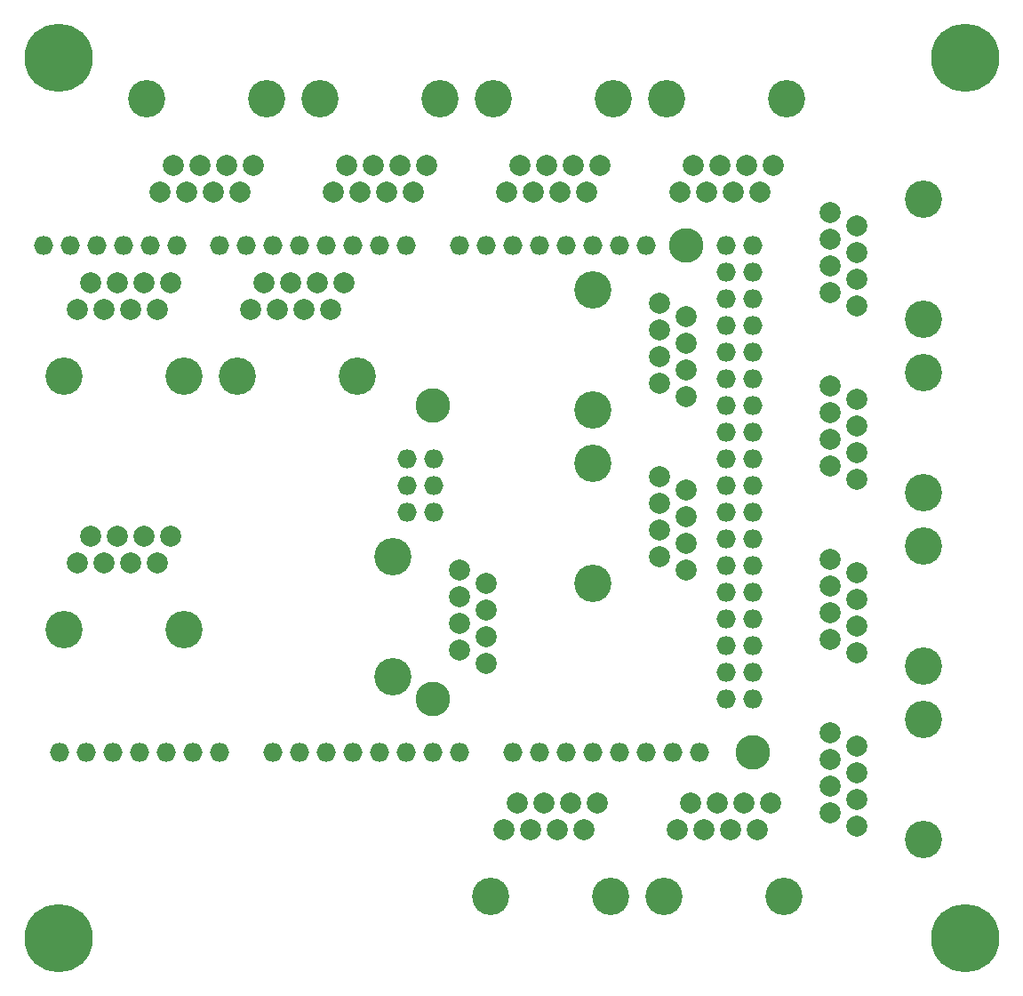
<source format=gbr>
%TF.GenerationSoftware,KiCad,Pcbnew,5.1.6*%
%TF.CreationDate,2020-08-05T20:54:26-07:00*%
%TF.ProjectId,shield,73686965-6c64-42e6-9b69-6361645f7063,rev?*%
%TF.SameCoordinates,Original*%
%TF.FileFunction,Soldermask,Top*%
%TF.FilePolarity,Negative*%
%FSLAX46Y46*%
G04 Gerber Fmt 4.6, Leading zero omitted, Abs format (unit mm)*
G04 Created by KiCad (PCBNEW 5.1.6) date 2020-08-05 20:54:26*
%MOMM*%
%LPD*%
G01*
G04 APERTURE LIST*
%ADD10C,2.000000*%
%ADD11C,3.550000*%
%ADD12C,0.900000*%
%ADD13C,6.500000*%
%ADD14O,1.827200X1.827200*%
%ADD15C,3.300000*%
G04 APERTURE END LIST*
D10*
%TO.C,J15*%
X151260000Y-79245000D03*
X151260000Y-81785000D03*
X151260000Y-84325000D03*
X151260000Y-86865000D03*
X153800000Y-80515000D03*
X153800000Y-83055000D03*
X153800000Y-85595000D03*
X153800000Y-88135000D03*
D11*
X144910000Y-77975000D03*
X144910000Y-89405000D03*
%TD*%
D12*
%TO.C,H4*%
X201087056Y-112602944D03*
X199390000Y-111900000D03*
X197692944Y-112602944D03*
X196990000Y-114300000D03*
X197692944Y-115997056D03*
X199390000Y-116700000D03*
X201087056Y-115997056D03*
X201790000Y-114300000D03*
D13*
X199390000Y-114300000D03*
%TD*%
D12*
%TO.C,H3*%
X201087056Y-28782944D03*
X199390000Y-28080000D03*
X197692944Y-28782944D03*
X196990000Y-30480000D03*
X197692944Y-32177056D03*
X199390000Y-32880000D03*
X201087056Y-32177056D03*
X201790000Y-30480000D03*
D13*
X199390000Y-30480000D03*
%TD*%
D12*
%TO.C,H2*%
X114727056Y-112602944D03*
X113030000Y-111900000D03*
X111332944Y-112602944D03*
X110630000Y-114300000D03*
X111332944Y-115997056D03*
X113030000Y-116700000D03*
X114727056Y-115997056D03*
X115430000Y-114300000D03*
D13*
X113030000Y-114300000D03*
%TD*%
D12*
%TO.C,H1*%
X114727056Y-28782944D03*
X113030000Y-28080000D03*
X111332944Y-28782944D03*
X110630000Y-30480000D03*
X111332944Y-32177056D03*
X113030000Y-32880000D03*
X114727056Y-32177056D03*
X115430000Y-30480000D03*
D13*
X113030000Y-30480000D03*
%TD*%
D10*
%TO.C,J1*%
X148085000Y-40770000D03*
X145545000Y-40770000D03*
X143005000Y-40770000D03*
X140465000Y-40770000D03*
X146815000Y-43310000D03*
X144275000Y-43310000D03*
X141735000Y-43310000D03*
X139195000Y-43310000D03*
D11*
X149355000Y-34420000D03*
X137925000Y-34420000D03*
%TD*%
D10*
%TO.C,J2*%
X131315000Y-54480000D03*
X133855000Y-54480000D03*
X136395000Y-54480000D03*
X138935000Y-54480000D03*
X132585000Y-51940000D03*
X135125000Y-51940000D03*
X137665000Y-51940000D03*
X140205000Y-51940000D03*
D11*
X130045000Y-60830000D03*
X141475000Y-60830000D03*
%TD*%
D10*
%TO.C,J3*%
X131575000Y-40770000D03*
X129035000Y-40770000D03*
X126495000Y-40770000D03*
X123955000Y-40770000D03*
X130305000Y-43310000D03*
X127765000Y-43310000D03*
X125225000Y-43310000D03*
X122685000Y-43310000D03*
D11*
X132845000Y-34420000D03*
X121415000Y-34420000D03*
%TD*%
D10*
%TO.C,J4*%
X114805000Y-54480000D03*
X117345000Y-54480000D03*
X119885000Y-54480000D03*
X122425000Y-54480000D03*
X116075000Y-51940000D03*
X118615000Y-51940000D03*
X121155000Y-51940000D03*
X123695000Y-51940000D03*
D11*
X113535000Y-60830000D03*
X124965000Y-60830000D03*
%TD*%
D10*
%TO.C,J5*%
X114805000Y-78610000D03*
X117345000Y-78610000D03*
X119885000Y-78610000D03*
X122425000Y-78610000D03*
X116075000Y-76070000D03*
X118615000Y-76070000D03*
X121155000Y-76070000D03*
X123695000Y-76070000D03*
D11*
X113535000Y-84960000D03*
X124965000Y-84960000D03*
%TD*%
D10*
%TO.C,J6*%
X170310000Y-53845000D03*
X170310000Y-56385000D03*
X170310000Y-58925000D03*
X170310000Y-61465000D03*
X172850000Y-55115000D03*
X172850000Y-57655000D03*
X172850000Y-60195000D03*
X172850000Y-62735000D03*
D11*
X163960000Y-52575000D03*
X163960000Y-64005000D03*
%TD*%
D10*
%TO.C,J7*%
X189100000Y-54105000D03*
X189100000Y-51565000D03*
X189100000Y-49025000D03*
X189100000Y-46485000D03*
X186560000Y-52835000D03*
X186560000Y-50295000D03*
X186560000Y-47755000D03*
X186560000Y-45215000D03*
D11*
X195450000Y-55375000D03*
X195450000Y-43945000D03*
%TD*%
D10*
%TO.C,J8*%
X189100000Y-70615000D03*
X189100000Y-68075000D03*
X189100000Y-65535000D03*
X189100000Y-62995000D03*
X186560000Y-69345000D03*
X186560000Y-66805000D03*
X186560000Y-64265000D03*
X186560000Y-61725000D03*
D11*
X195450000Y-71885000D03*
X195450000Y-60455000D03*
%TD*%
D10*
%TO.C,J9*%
X164595000Y-40770000D03*
X162055000Y-40770000D03*
X159515000Y-40770000D03*
X156975000Y-40770000D03*
X163325000Y-43310000D03*
X160785000Y-43310000D03*
X158245000Y-43310000D03*
X155705000Y-43310000D03*
D11*
X165865000Y-34420000D03*
X154435000Y-34420000D03*
%TD*%
D10*
%TO.C,J10*%
X170310000Y-70355000D03*
X170310000Y-72895000D03*
X170310000Y-75435000D03*
X170310000Y-77975000D03*
X172850000Y-71625000D03*
X172850000Y-74165000D03*
X172850000Y-76705000D03*
X172850000Y-79245000D03*
D11*
X163960000Y-69085000D03*
X163960000Y-80515000D03*
%TD*%
D10*
%TO.C,J11*%
X189100000Y-87125000D03*
X189100000Y-84585000D03*
X189100000Y-82045000D03*
X189100000Y-79505000D03*
X186560000Y-85855000D03*
X186560000Y-83315000D03*
X186560000Y-80775000D03*
X186560000Y-78235000D03*
D11*
X195450000Y-88395000D03*
X195450000Y-76965000D03*
%TD*%
D10*
%TO.C,J12*%
X155445000Y-104010000D03*
X157985000Y-104010000D03*
X160525000Y-104010000D03*
X163065000Y-104010000D03*
X156715000Y-101470000D03*
X159255000Y-101470000D03*
X161795000Y-101470000D03*
X164335000Y-101470000D03*
D11*
X154175000Y-110360000D03*
X165605000Y-110360000D03*
%TD*%
D10*
%TO.C,J13*%
X181105000Y-40770000D03*
X178565000Y-40770000D03*
X176025000Y-40770000D03*
X173485000Y-40770000D03*
X179835000Y-43310000D03*
X177295000Y-43310000D03*
X174755000Y-43310000D03*
X172215000Y-43310000D03*
D11*
X182375000Y-34420000D03*
X170945000Y-34420000D03*
%TD*%
D10*
%TO.C,J14*%
X189100000Y-103635000D03*
X189100000Y-101095000D03*
X189100000Y-98555000D03*
X189100000Y-96015000D03*
X186560000Y-102365000D03*
X186560000Y-99825000D03*
X186560000Y-97285000D03*
X186560000Y-94745000D03*
D11*
X195450000Y-104905000D03*
X195450000Y-93475000D03*
%TD*%
D10*
%TO.C,J16*%
X171955000Y-104010000D03*
X174495000Y-104010000D03*
X177035000Y-104010000D03*
X179575000Y-104010000D03*
X173225000Y-101470000D03*
X175765000Y-101470000D03*
X178305000Y-101470000D03*
X180845000Y-101470000D03*
D11*
X170685000Y-110360000D03*
X182115000Y-110360000D03*
%TD*%
D14*
%TO.C,XA1*%
X146252001Y-73735001D03*
X148792001Y-73735001D03*
X148792001Y-71195001D03*
X146252001Y-71195001D03*
X148792001Y-68655001D03*
X133425001Y-96595001D03*
X128345001Y-96595001D03*
X125805001Y-96595001D03*
X123265001Y-96595001D03*
X120725001Y-96595001D03*
X118185001Y-96595001D03*
X115645001Y-96595001D03*
X113105001Y-96595001D03*
X168985001Y-48335001D03*
X166445001Y-48335001D03*
X163905001Y-48335001D03*
X161365001Y-48335001D03*
X158825001Y-48335001D03*
X156285001Y-48335001D03*
X153745001Y-48335001D03*
X151205001Y-48335001D03*
X146125001Y-48335001D03*
X143585001Y-48335001D03*
X141045001Y-48335001D03*
X138505001Y-48335001D03*
X135965001Y-48335001D03*
X133425001Y-48335001D03*
X130885001Y-48335001D03*
X128345001Y-48335001D03*
X124281001Y-48335001D03*
X121741001Y-48335001D03*
X119201001Y-48335001D03*
D15*
X148665001Y-91515001D03*
X148665001Y-63575001D03*
X172795001Y-48335001D03*
X179145001Y-96595001D03*
D14*
X111581001Y-48335001D03*
X114121001Y-48335001D03*
X116661001Y-48335001D03*
X135965001Y-96595001D03*
X138505001Y-96595001D03*
X141045001Y-96595001D03*
X143585001Y-96595001D03*
X146125001Y-96595001D03*
X148665001Y-96595001D03*
X151205001Y-96595001D03*
X156285001Y-96595001D03*
X158825001Y-96595001D03*
X161365001Y-96595001D03*
X163905001Y-96595001D03*
X166445001Y-96595001D03*
X168985001Y-96595001D03*
X171525001Y-96595001D03*
X174065001Y-96595001D03*
X176605001Y-48335001D03*
X179145001Y-48335001D03*
X176605001Y-50875001D03*
X179145001Y-50875001D03*
X176605001Y-53415001D03*
X179145001Y-53415001D03*
X176605001Y-55955001D03*
X179145001Y-55955001D03*
X176605001Y-58495001D03*
X179145001Y-58495001D03*
X176605001Y-61035001D03*
X179145001Y-61035001D03*
X176605001Y-63575001D03*
X179145001Y-63575001D03*
X176605001Y-66115001D03*
X179145001Y-66115001D03*
X176605001Y-68655001D03*
X179145001Y-68655001D03*
X176605001Y-71195001D03*
X179145001Y-71195001D03*
X176605001Y-73735001D03*
X179145001Y-73735001D03*
X176605001Y-76275001D03*
X179145001Y-76275001D03*
X176605001Y-78815001D03*
X179145001Y-78815001D03*
X176605001Y-81355001D03*
X179145001Y-81355001D03*
X176605001Y-83895001D03*
X179145001Y-83895001D03*
X176605001Y-86435001D03*
X179145001Y-86435001D03*
X176605001Y-88975001D03*
X179145001Y-88975001D03*
X176605001Y-91515001D03*
X179145001Y-91515001D03*
X146252001Y-68655001D03*
%TD*%
M02*

</source>
